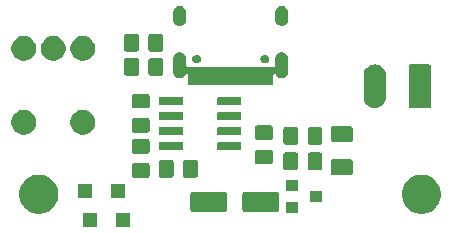
<source format=gbr>
G04 #@! TF.GenerationSoftware,KiCad,Pcbnew,5.1.6-c6e7f7d~86~ubuntu19.10.1*
G04 #@! TF.CreationDate,2020-05-21T11:58:36+02:00*
G04 #@! TF.ProjectId,Microscope_LED,4d696372-6f73-4636-9f70-655f4c45442e,rev?*
G04 #@! TF.SameCoordinates,Original*
G04 #@! TF.FileFunction,Soldermask,Top*
G04 #@! TF.FilePolarity,Negative*
%FSLAX46Y46*%
G04 Gerber Fmt 4.6, Leading zero omitted, Abs format (unit mm)*
G04 Created by KiCad (PCBNEW 5.1.6-c6e7f7d~86~ubuntu19.10.1) date 2020-05-21 11:58:36*
%MOMM*%
%LPD*%
G01*
G04 APERTURE LIST*
%ADD10C,0.100000*%
G04 APERTURE END LIST*
D10*
G36*
X27906000Y-40860000D02*
G01*
X26704000Y-40860000D01*
X26704000Y-39658000D01*
X27906000Y-39658000D01*
X27906000Y-40860000D01*
G37*
G36*
X25106000Y-40860000D02*
G01*
X23904000Y-40860000D01*
X23904000Y-39658000D01*
X25106000Y-39658000D01*
X25106000Y-40860000D01*
G37*
G36*
X52946730Y-36490000D02*
G01*
X53059579Y-36512447D01*
X53360042Y-36636903D01*
X53630451Y-36817585D01*
X53860415Y-37047549D01*
X53860416Y-37047551D01*
X54041098Y-37317960D01*
X54165553Y-37618422D01*
X54222407Y-37904243D01*
X54229000Y-37937391D01*
X54229000Y-38262609D01*
X54165553Y-38581579D01*
X54041097Y-38882042D01*
X53860415Y-39152451D01*
X53630451Y-39382415D01*
X53360042Y-39563097D01*
X53360041Y-39563098D01*
X53360040Y-39563098D01*
X53304749Y-39586000D01*
X53059579Y-39687553D01*
X52953256Y-39708702D01*
X52740611Y-39751000D01*
X52415389Y-39751000D01*
X52202744Y-39708702D01*
X52096421Y-39687553D01*
X51851251Y-39586000D01*
X51795960Y-39563098D01*
X51795959Y-39563098D01*
X51795958Y-39563097D01*
X51525549Y-39382415D01*
X51295585Y-39152451D01*
X51114903Y-38882042D01*
X50990447Y-38581579D01*
X50927000Y-38262609D01*
X50927000Y-37937391D01*
X50933594Y-37904243D01*
X50990447Y-37618422D01*
X51114902Y-37317960D01*
X51295584Y-37047551D01*
X51295585Y-37047549D01*
X51525549Y-36817585D01*
X51795958Y-36636903D01*
X52096421Y-36512447D01*
X52209270Y-36490000D01*
X52415389Y-36449000D01*
X52740611Y-36449000D01*
X52946730Y-36490000D01*
G37*
G36*
X20561730Y-36490000D02*
G01*
X20674579Y-36512447D01*
X20975042Y-36636903D01*
X21245451Y-36817585D01*
X21475415Y-37047549D01*
X21475416Y-37047551D01*
X21656098Y-37317960D01*
X21780553Y-37618422D01*
X21837407Y-37904243D01*
X21844000Y-37937391D01*
X21844000Y-38262609D01*
X21780553Y-38581579D01*
X21656097Y-38882042D01*
X21475415Y-39152451D01*
X21245451Y-39382415D01*
X20975042Y-39563097D01*
X20975041Y-39563098D01*
X20975040Y-39563098D01*
X20919749Y-39586000D01*
X20674579Y-39687553D01*
X20568256Y-39708702D01*
X20355611Y-39751000D01*
X20030389Y-39751000D01*
X19817744Y-39708702D01*
X19711421Y-39687553D01*
X19466251Y-39586000D01*
X19410960Y-39563098D01*
X19410959Y-39563098D01*
X19410958Y-39563097D01*
X19140549Y-39382415D01*
X18910585Y-39152451D01*
X18729903Y-38882042D01*
X18605447Y-38581579D01*
X18542000Y-38262609D01*
X18542000Y-37937391D01*
X18548594Y-37904243D01*
X18605447Y-37618422D01*
X18729902Y-37317960D01*
X18910584Y-37047551D01*
X18910585Y-37047549D01*
X19140549Y-36817585D01*
X19410958Y-36636903D01*
X19711421Y-36512447D01*
X19824270Y-36490000D01*
X20030389Y-36449000D01*
X20355611Y-36449000D01*
X20561730Y-36490000D01*
G37*
G36*
X42157000Y-39689000D02*
G01*
X41155000Y-39689000D01*
X41155000Y-38787000D01*
X42157000Y-38787000D01*
X42157000Y-39689000D01*
G37*
G36*
X40394997Y-37888051D02*
G01*
X40428652Y-37898261D01*
X40459665Y-37914838D01*
X40486851Y-37937149D01*
X40509162Y-37964335D01*
X40525739Y-37995348D01*
X40535949Y-38029003D01*
X40540000Y-38070138D01*
X40540000Y-39399862D01*
X40535949Y-39440997D01*
X40525739Y-39474652D01*
X40509162Y-39505665D01*
X40486851Y-39532851D01*
X40459665Y-39555162D01*
X40428652Y-39571739D01*
X40394997Y-39581949D01*
X40353862Y-39586000D01*
X37624138Y-39586000D01*
X37583003Y-39581949D01*
X37549348Y-39571739D01*
X37518335Y-39555162D01*
X37491149Y-39532851D01*
X37468838Y-39505665D01*
X37452261Y-39474652D01*
X37442051Y-39440997D01*
X37438000Y-39399862D01*
X37438000Y-38070138D01*
X37442051Y-38029003D01*
X37452261Y-37995348D01*
X37468838Y-37964335D01*
X37491149Y-37937149D01*
X37518335Y-37914838D01*
X37549348Y-37898261D01*
X37583003Y-37888051D01*
X37624138Y-37884000D01*
X40353862Y-37884000D01*
X40394997Y-37888051D01*
G37*
G36*
X35994997Y-37888051D02*
G01*
X36028652Y-37898261D01*
X36059665Y-37914838D01*
X36086851Y-37937149D01*
X36109162Y-37964335D01*
X36125739Y-37995348D01*
X36135949Y-38029003D01*
X36140000Y-38070138D01*
X36140000Y-39399862D01*
X36135949Y-39440997D01*
X36125739Y-39474652D01*
X36109162Y-39505665D01*
X36086851Y-39532851D01*
X36059665Y-39555162D01*
X36028652Y-39571739D01*
X35994997Y-39581949D01*
X35953862Y-39586000D01*
X33224138Y-39586000D01*
X33183003Y-39581949D01*
X33149348Y-39571739D01*
X33118335Y-39555162D01*
X33091149Y-39532851D01*
X33068838Y-39505665D01*
X33052261Y-39474652D01*
X33042051Y-39440997D01*
X33038000Y-39399862D01*
X33038000Y-38070138D01*
X33042051Y-38029003D01*
X33052261Y-37995348D01*
X33068838Y-37964335D01*
X33091149Y-37937149D01*
X33118335Y-37914838D01*
X33149348Y-37898261D01*
X33183003Y-37888051D01*
X33224138Y-37884000D01*
X35953862Y-37884000D01*
X35994997Y-37888051D01*
G37*
G36*
X44157000Y-38739000D02*
G01*
X43155000Y-38739000D01*
X43155000Y-37837000D01*
X44157000Y-37837000D01*
X44157000Y-38739000D01*
G37*
G36*
X27531000Y-38447000D02*
G01*
X26329000Y-38447000D01*
X26329000Y-37245000D01*
X27531000Y-37245000D01*
X27531000Y-38447000D01*
G37*
G36*
X24731000Y-38447000D02*
G01*
X23529000Y-38447000D01*
X23529000Y-37245000D01*
X24731000Y-37245000D01*
X24731000Y-38447000D01*
G37*
G36*
X42157000Y-37789000D02*
G01*
X41155000Y-37789000D01*
X41155000Y-36887000D01*
X42157000Y-36887000D01*
X42157000Y-37789000D01*
G37*
G36*
X29417674Y-35464465D02*
G01*
X29455367Y-35475899D01*
X29490103Y-35494466D01*
X29520548Y-35519452D01*
X29545534Y-35549897D01*
X29564101Y-35584633D01*
X29575535Y-35622326D01*
X29580000Y-35667661D01*
X29580000Y-36504339D01*
X29575535Y-36549674D01*
X29564101Y-36587367D01*
X29545534Y-36622103D01*
X29520548Y-36652548D01*
X29490103Y-36677534D01*
X29455367Y-36696101D01*
X29417674Y-36707535D01*
X29372339Y-36712000D01*
X28285661Y-36712000D01*
X28240326Y-36707535D01*
X28202633Y-36696101D01*
X28167897Y-36677534D01*
X28137452Y-36652548D01*
X28112466Y-36622103D01*
X28093899Y-36587367D01*
X28082465Y-36549674D01*
X28078000Y-36504339D01*
X28078000Y-35667661D01*
X28082465Y-35622326D01*
X28093899Y-35584633D01*
X28112466Y-35549897D01*
X28137452Y-35519452D01*
X28167897Y-35494466D01*
X28202633Y-35475899D01*
X28240326Y-35464465D01*
X28285661Y-35460000D01*
X29372339Y-35460000D01*
X29417674Y-35464465D01*
G37*
G36*
X33492674Y-35194465D02*
G01*
X33530367Y-35205899D01*
X33565103Y-35224466D01*
X33595548Y-35249452D01*
X33620534Y-35279897D01*
X33639101Y-35314633D01*
X33650535Y-35352326D01*
X33655000Y-35397661D01*
X33655000Y-36484339D01*
X33650535Y-36529674D01*
X33639101Y-36567367D01*
X33620534Y-36602103D01*
X33595548Y-36632548D01*
X33565103Y-36657534D01*
X33530367Y-36676101D01*
X33492674Y-36687535D01*
X33447339Y-36692000D01*
X32610661Y-36692000D01*
X32565326Y-36687535D01*
X32527633Y-36676101D01*
X32492897Y-36657534D01*
X32462452Y-36632548D01*
X32437466Y-36602103D01*
X32418899Y-36567367D01*
X32407465Y-36529674D01*
X32403000Y-36484339D01*
X32403000Y-35397661D01*
X32407465Y-35352326D01*
X32418899Y-35314633D01*
X32437466Y-35279897D01*
X32462452Y-35249452D01*
X32492897Y-35224466D01*
X32527633Y-35205899D01*
X32565326Y-35194465D01*
X32610661Y-35190000D01*
X33447339Y-35190000D01*
X33492674Y-35194465D01*
G37*
G36*
X31442674Y-35194465D02*
G01*
X31480367Y-35205899D01*
X31515103Y-35224466D01*
X31545548Y-35249452D01*
X31570534Y-35279897D01*
X31589101Y-35314633D01*
X31600535Y-35352326D01*
X31605000Y-35397661D01*
X31605000Y-36484339D01*
X31600535Y-36529674D01*
X31589101Y-36567367D01*
X31570534Y-36602103D01*
X31545548Y-36632548D01*
X31515103Y-36657534D01*
X31480367Y-36676101D01*
X31442674Y-36687535D01*
X31397339Y-36692000D01*
X30560661Y-36692000D01*
X30515326Y-36687535D01*
X30477633Y-36676101D01*
X30442897Y-36657534D01*
X30412452Y-36632548D01*
X30387466Y-36602103D01*
X30368899Y-36567367D01*
X30357465Y-36529674D01*
X30353000Y-36484339D01*
X30353000Y-35397661D01*
X30357465Y-35352326D01*
X30368899Y-35314633D01*
X30387466Y-35279897D01*
X30412452Y-35249452D01*
X30442897Y-35224466D01*
X30477633Y-35205899D01*
X30515326Y-35194465D01*
X30560661Y-35190000D01*
X31397339Y-35190000D01*
X31442674Y-35194465D01*
G37*
G36*
X46615604Y-35142347D02*
G01*
X46652144Y-35153432D01*
X46685821Y-35171433D01*
X46715341Y-35195659D01*
X46739567Y-35225179D01*
X46757568Y-35258856D01*
X46768653Y-35295396D01*
X46773000Y-35339538D01*
X46773000Y-36288462D01*
X46768653Y-36332604D01*
X46757568Y-36369144D01*
X46739567Y-36402821D01*
X46715341Y-36432341D01*
X46685821Y-36456567D01*
X46652144Y-36474568D01*
X46615604Y-36485653D01*
X46571462Y-36490000D01*
X45122538Y-36490000D01*
X45078396Y-36485653D01*
X45041856Y-36474568D01*
X45008179Y-36456567D01*
X44978659Y-36432341D01*
X44954433Y-36402821D01*
X44936432Y-36369144D01*
X44925347Y-36332604D01*
X44921000Y-36288462D01*
X44921000Y-35339538D01*
X44925347Y-35295396D01*
X44936432Y-35258856D01*
X44954433Y-35225179D01*
X44978659Y-35195659D01*
X45008179Y-35171433D01*
X45041856Y-35153432D01*
X45078396Y-35142347D01*
X45122538Y-35138000D01*
X46571462Y-35138000D01*
X46615604Y-35142347D01*
G37*
G36*
X44042674Y-34559465D02*
G01*
X44080367Y-34570899D01*
X44115103Y-34589466D01*
X44145548Y-34614452D01*
X44170534Y-34644897D01*
X44189101Y-34679633D01*
X44200535Y-34717326D01*
X44205000Y-34762661D01*
X44205000Y-35849339D01*
X44200535Y-35894674D01*
X44189101Y-35932367D01*
X44170534Y-35967103D01*
X44145548Y-35997548D01*
X44115103Y-36022534D01*
X44080367Y-36041101D01*
X44042674Y-36052535D01*
X43997339Y-36057000D01*
X43160661Y-36057000D01*
X43115326Y-36052535D01*
X43077633Y-36041101D01*
X43042897Y-36022534D01*
X43012452Y-35997548D01*
X42987466Y-35967103D01*
X42968899Y-35932367D01*
X42957465Y-35894674D01*
X42953000Y-35849339D01*
X42953000Y-34762661D01*
X42957465Y-34717326D01*
X42968899Y-34679633D01*
X42987466Y-34644897D01*
X43012452Y-34614452D01*
X43042897Y-34589466D01*
X43077633Y-34570899D01*
X43115326Y-34559465D01*
X43160661Y-34555000D01*
X43997339Y-34555000D01*
X44042674Y-34559465D01*
G37*
G36*
X41992674Y-34559465D02*
G01*
X42030367Y-34570899D01*
X42065103Y-34589466D01*
X42095548Y-34614452D01*
X42120534Y-34644897D01*
X42139101Y-34679633D01*
X42150535Y-34717326D01*
X42155000Y-34762661D01*
X42155000Y-35849339D01*
X42150535Y-35894674D01*
X42139101Y-35932367D01*
X42120534Y-35967103D01*
X42095548Y-35997548D01*
X42065103Y-36022534D01*
X42030367Y-36041101D01*
X41992674Y-36052535D01*
X41947339Y-36057000D01*
X41110661Y-36057000D01*
X41065326Y-36052535D01*
X41027633Y-36041101D01*
X40992897Y-36022534D01*
X40962452Y-35997548D01*
X40937466Y-35967103D01*
X40918899Y-35932367D01*
X40907465Y-35894674D01*
X40903000Y-35849339D01*
X40903000Y-34762661D01*
X40907465Y-34717326D01*
X40918899Y-34679633D01*
X40937466Y-34644897D01*
X40962452Y-34614452D01*
X40992897Y-34589466D01*
X41027633Y-34570899D01*
X41065326Y-34559465D01*
X41110661Y-34555000D01*
X41947339Y-34555000D01*
X41992674Y-34559465D01*
G37*
G36*
X39831674Y-34321465D02*
G01*
X39869367Y-34332899D01*
X39904103Y-34351466D01*
X39934548Y-34376452D01*
X39959534Y-34406897D01*
X39978101Y-34441633D01*
X39989535Y-34479326D01*
X39994000Y-34524661D01*
X39994000Y-35361339D01*
X39989535Y-35406674D01*
X39978101Y-35444367D01*
X39959534Y-35479103D01*
X39934548Y-35509548D01*
X39904103Y-35534534D01*
X39869367Y-35553101D01*
X39831674Y-35564535D01*
X39786339Y-35569000D01*
X38699661Y-35569000D01*
X38654326Y-35564535D01*
X38616633Y-35553101D01*
X38581897Y-35534534D01*
X38551452Y-35509548D01*
X38526466Y-35479103D01*
X38507899Y-35444367D01*
X38496465Y-35406674D01*
X38492000Y-35361339D01*
X38492000Y-34524661D01*
X38496465Y-34479326D01*
X38507899Y-34441633D01*
X38526466Y-34406897D01*
X38551452Y-34376452D01*
X38581897Y-34351466D01*
X38616633Y-34332899D01*
X38654326Y-34321465D01*
X38699661Y-34317000D01*
X39786339Y-34317000D01*
X39831674Y-34321465D01*
G37*
G36*
X29417674Y-33414465D02*
G01*
X29455367Y-33425899D01*
X29490103Y-33444466D01*
X29520548Y-33469452D01*
X29545534Y-33499897D01*
X29564101Y-33534633D01*
X29575535Y-33572326D01*
X29580000Y-33617661D01*
X29580000Y-34454339D01*
X29575535Y-34499674D01*
X29564101Y-34537367D01*
X29545534Y-34572103D01*
X29520548Y-34602548D01*
X29490103Y-34627534D01*
X29455367Y-34646101D01*
X29417674Y-34657535D01*
X29372339Y-34662000D01*
X28285661Y-34662000D01*
X28240326Y-34657535D01*
X28202633Y-34646101D01*
X28167897Y-34627534D01*
X28137452Y-34602548D01*
X28112466Y-34572103D01*
X28093899Y-34537367D01*
X28082465Y-34499674D01*
X28078000Y-34454339D01*
X28078000Y-33617661D01*
X28082465Y-33572326D01*
X28093899Y-33534633D01*
X28112466Y-33499897D01*
X28137452Y-33469452D01*
X28167897Y-33444466D01*
X28202633Y-33425899D01*
X28240326Y-33414465D01*
X28285661Y-33410000D01*
X29372339Y-33410000D01*
X29417674Y-33414465D01*
G37*
G36*
X37256928Y-33687764D02*
G01*
X37278009Y-33694160D01*
X37297445Y-33704548D01*
X37314476Y-33718524D01*
X37328452Y-33735555D01*
X37338840Y-33754991D01*
X37345236Y-33776072D01*
X37348000Y-33804140D01*
X37348000Y-34267860D01*
X37345236Y-34295928D01*
X37338840Y-34317009D01*
X37328452Y-34336445D01*
X37314476Y-34353476D01*
X37297445Y-34367452D01*
X37278009Y-34377840D01*
X37256928Y-34384236D01*
X37228860Y-34387000D01*
X35415140Y-34387000D01*
X35387072Y-34384236D01*
X35365991Y-34377840D01*
X35346555Y-34367452D01*
X35329524Y-34353476D01*
X35315548Y-34336445D01*
X35305160Y-34317009D01*
X35298764Y-34295928D01*
X35296000Y-34267860D01*
X35296000Y-33804140D01*
X35298764Y-33776072D01*
X35305160Y-33754991D01*
X35315548Y-33735555D01*
X35329524Y-33718524D01*
X35346555Y-33704548D01*
X35365991Y-33694160D01*
X35387072Y-33687764D01*
X35415140Y-33685000D01*
X37228860Y-33685000D01*
X37256928Y-33687764D01*
G37*
G36*
X32306928Y-33687764D02*
G01*
X32328009Y-33694160D01*
X32347445Y-33704548D01*
X32364476Y-33718524D01*
X32378452Y-33735555D01*
X32388840Y-33754991D01*
X32395236Y-33776072D01*
X32398000Y-33804140D01*
X32398000Y-34267860D01*
X32395236Y-34295928D01*
X32388840Y-34317009D01*
X32378452Y-34336445D01*
X32364476Y-34353476D01*
X32347445Y-34367452D01*
X32328009Y-34377840D01*
X32306928Y-34384236D01*
X32278860Y-34387000D01*
X30465140Y-34387000D01*
X30437072Y-34384236D01*
X30415991Y-34377840D01*
X30396555Y-34367452D01*
X30379524Y-34353476D01*
X30365548Y-34336445D01*
X30355160Y-34317009D01*
X30348764Y-34295928D01*
X30346000Y-34267860D01*
X30346000Y-33804140D01*
X30348764Y-33776072D01*
X30355160Y-33754991D01*
X30365548Y-33735555D01*
X30379524Y-33718524D01*
X30396555Y-33704548D01*
X30415991Y-33694160D01*
X30437072Y-33687764D01*
X30465140Y-33685000D01*
X32278860Y-33685000D01*
X32306928Y-33687764D01*
G37*
G36*
X41992674Y-32400465D02*
G01*
X42030367Y-32411899D01*
X42065103Y-32430466D01*
X42095548Y-32455452D01*
X42120534Y-32485897D01*
X42139101Y-32520633D01*
X42150535Y-32558326D01*
X42155000Y-32603661D01*
X42155000Y-33690339D01*
X42150535Y-33735674D01*
X42139101Y-33773367D01*
X42120534Y-33808103D01*
X42095548Y-33838548D01*
X42065103Y-33863534D01*
X42030367Y-33882101D01*
X41992674Y-33893535D01*
X41947339Y-33898000D01*
X41110661Y-33898000D01*
X41065326Y-33893535D01*
X41027633Y-33882101D01*
X40992897Y-33863534D01*
X40962452Y-33838548D01*
X40937466Y-33808103D01*
X40918899Y-33773367D01*
X40907465Y-33735674D01*
X40903000Y-33690339D01*
X40903000Y-32603661D01*
X40907465Y-32558326D01*
X40918899Y-32520633D01*
X40937466Y-32485897D01*
X40962452Y-32455452D01*
X40992897Y-32430466D01*
X41027633Y-32411899D01*
X41065326Y-32400465D01*
X41110661Y-32396000D01*
X41947339Y-32396000D01*
X41992674Y-32400465D01*
G37*
G36*
X44042674Y-32400465D02*
G01*
X44080367Y-32411899D01*
X44115103Y-32430466D01*
X44145548Y-32455452D01*
X44170534Y-32485897D01*
X44189101Y-32520633D01*
X44200535Y-32558326D01*
X44205000Y-32603661D01*
X44205000Y-33690339D01*
X44200535Y-33735674D01*
X44189101Y-33773367D01*
X44170534Y-33808103D01*
X44145548Y-33838548D01*
X44115103Y-33863534D01*
X44080367Y-33882101D01*
X44042674Y-33893535D01*
X43997339Y-33898000D01*
X43160661Y-33898000D01*
X43115326Y-33893535D01*
X43077633Y-33882101D01*
X43042897Y-33863534D01*
X43012452Y-33838548D01*
X42987466Y-33808103D01*
X42968899Y-33773367D01*
X42957465Y-33735674D01*
X42953000Y-33690339D01*
X42953000Y-32603661D01*
X42957465Y-32558326D01*
X42968899Y-32520633D01*
X42987466Y-32485897D01*
X43012452Y-32455452D01*
X43042897Y-32430466D01*
X43077633Y-32411899D01*
X43115326Y-32400465D01*
X43160661Y-32396000D01*
X43997339Y-32396000D01*
X44042674Y-32400465D01*
G37*
G36*
X46615604Y-32342347D02*
G01*
X46652144Y-32353432D01*
X46685821Y-32371433D01*
X46715341Y-32395659D01*
X46739567Y-32425179D01*
X46757568Y-32458856D01*
X46768653Y-32495396D01*
X46773000Y-32539538D01*
X46773000Y-33488462D01*
X46768653Y-33532604D01*
X46757568Y-33569144D01*
X46739567Y-33602821D01*
X46715341Y-33632341D01*
X46685821Y-33656567D01*
X46652144Y-33674568D01*
X46615604Y-33685653D01*
X46571462Y-33690000D01*
X45122538Y-33690000D01*
X45078396Y-33685653D01*
X45041856Y-33674568D01*
X45008179Y-33656567D01*
X44978659Y-33632341D01*
X44954433Y-33602821D01*
X44936432Y-33569144D01*
X44925347Y-33532604D01*
X44921000Y-33488462D01*
X44921000Y-32539538D01*
X44925347Y-32495396D01*
X44936432Y-32458856D01*
X44954433Y-32425179D01*
X44978659Y-32395659D01*
X45008179Y-32371433D01*
X45041856Y-32353432D01*
X45078396Y-32342347D01*
X45122538Y-32338000D01*
X46571462Y-32338000D01*
X46615604Y-32342347D01*
G37*
G36*
X39831674Y-32271465D02*
G01*
X39869367Y-32282899D01*
X39904103Y-32301466D01*
X39934548Y-32326452D01*
X39959534Y-32356897D01*
X39978101Y-32391633D01*
X39989535Y-32429326D01*
X39994000Y-32474661D01*
X39994000Y-33311339D01*
X39989535Y-33356674D01*
X39978101Y-33394367D01*
X39959534Y-33429103D01*
X39934548Y-33459548D01*
X39904103Y-33484534D01*
X39869367Y-33503101D01*
X39831674Y-33514535D01*
X39786339Y-33519000D01*
X38699661Y-33519000D01*
X38654326Y-33514535D01*
X38616633Y-33503101D01*
X38581897Y-33484534D01*
X38551452Y-33459548D01*
X38526466Y-33429103D01*
X38507899Y-33394367D01*
X38496465Y-33356674D01*
X38492000Y-33311339D01*
X38492000Y-32474661D01*
X38496465Y-32429326D01*
X38507899Y-32391633D01*
X38526466Y-32356897D01*
X38551452Y-32326452D01*
X38581897Y-32301466D01*
X38616633Y-32282899D01*
X38654326Y-32271465D01*
X38699661Y-32267000D01*
X39786339Y-32267000D01*
X39831674Y-32271465D01*
G37*
G36*
X32306928Y-32417764D02*
G01*
X32328009Y-32424160D01*
X32347445Y-32434548D01*
X32364476Y-32448524D01*
X32378452Y-32465555D01*
X32388840Y-32484991D01*
X32395236Y-32506072D01*
X32398000Y-32534140D01*
X32398000Y-32997860D01*
X32395236Y-33025928D01*
X32388840Y-33047009D01*
X32378452Y-33066445D01*
X32364476Y-33083476D01*
X32347445Y-33097452D01*
X32328009Y-33107840D01*
X32306928Y-33114236D01*
X32278860Y-33117000D01*
X30465140Y-33117000D01*
X30437072Y-33114236D01*
X30415991Y-33107840D01*
X30396555Y-33097452D01*
X30379524Y-33083476D01*
X30365548Y-33066445D01*
X30355160Y-33047009D01*
X30348764Y-33025928D01*
X30346000Y-32997860D01*
X30346000Y-32534140D01*
X30348764Y-32506072D01*
X30355160Y-32484991D01*
X30365548Y-32465555D01*
X30379524Y-32448524D01*
X30396555Y-32434548D01*
X30415991Y-32424160D01*
X30437072Y-32417764D01*
X30465140Y-32415000D01*
X32278860Y-32415000D01*
X32306928Y-32417764D01*
G37*
G36*
X37256928Y-32417764D02*
G01*
X37278009Y-32424160D01*
X37297445Y-32434548D01*
X37314476Y-32448524D01*
X37328452Y-32465555D01*
X37338840Y-32484991D01*
X37345236Y-32506072D01*
X37348000Y-32534140D01*
X37348000Y-32997860D01*
X37345236Y-33025928D01*
X37338840Y-33047009D01*
X37328452Y-33066445D01*
X37314476Y-33083476D01*
X37297445Y-33097452D01*
X37278009Y-33107840D01*
X37256928Y-33114236D01*
X37228860Y-33117000D01*
X35415140Y-33117000D01*
X35387072Y-33114236D01*
X35365991Y-33107840D01*
X35346555Y-33097452D01*
X35329524Y-33083476D01*
X35315548Y-33066445D01*
X35305160Y-33047009D01*
X35298764Y-33025928D01*
X35296000Y-32997860D01*
X35296000Y-32534140D01*
X35298764Y-32506072D01*
X35305160Y-32484991D01*
X35315548Y-32465555D01*
X35329524Y-32448524D01*
X35346555Y-32434548D01*
X35365991Y-32424160D01*
X35387072Y-32417764D01*
X35415140Y-32415000D01*
X37228860Y-32415000D01*
X37256928Y-32417764D01*
G37*
G36*
X24229564Y-30993389D02*
G01*
X24420833Y-31072615D01*
X24420835Y-31072616D01*
X24529165Y-31145000D01*
X24592973Y-31187635D01*
X24739365Y-31334027D01*
X24854385Y-31506167D01*
X24933611Y-31697436D01*
X24974000Y-31900484D01*
X24974000Y-32107516D01*
X24933611Y-32310564D01*
X24865640Y-32474661D01*
X24854384Y-32501835D01*
X24739365Y-32673973D01*
X24592973Y-32820365D01*
X24420835Y-32935384D01*
X24420834Y-32935385D01*
X24420833Y-32935385D01*
X24229564Y-33014611D01*
X24026516Y-33055000D01*
X23819484Y-33055000D01*
X23616436Y-33014611D01*
X23425167Y-32935385D01*
X23425166Y-32935385D01*
X23425165Y-32935384D01*
X23253027Y-32820365D01*
X23106635Y-32673973D01*
X22991616Y-32501835D01*
X22980360Y-32474661D01*
X22912389Y-32310564D01*
X22872000Y-32107516D01*
X22872000Y-31900484D01*
X22912389Y-31697436D01*
X22991615Y-31506167D01*
X23106635Y-31334027D01*
X23253027Y-31187635D01*
X23316835Y-31145000D01*
X23425165Y-31072616D01*
X23425167Y-31072615D01*
X23616436Y-30993389D01*
X23819484Y-30953000D01*
X24026516Y-30953000D01*
X24229564Y-30993389D01*
G37*
G36*
X19229564Y-30993389D02*
G01*
X19420833Y-31072615D01*
X19420835Y-31072616D01*
X19529165Y-31145000D01*
X19592973Y-31187635D01*
X19739365Y-31334027D01*
X19854385Y-31506167D01*
X19933611Y-31697436D01*
X19974000Y-31900484D01*
X19974000Y-32107516D01*
X19933611Y-32310564D01*
X19865640Y-32474661D01*
X19854384Y-32501835D01*
X19739365Y-32673973D01*
X19592973Y-32820365D01*
X19420835Y-32935384D01*
X19420834Y-32935385D01*
X19420833Y-32935385D01*
X19229564Y-33014611D01*
X19026516Y-33055000D01*
X18819484Y-33055000D01*
X18616436Y-33014611D01*
X18425167Y-32935385D01*
X18425166Y-32935385D01*
X18425165Y-32935384D01*
X18253027Y-32820365D01*
X18106635Y-32673973D01*
X17991616Y-32501835D01*
X17980360Y-32474661D01*
X17912389Y-32310564D01*
X17872000Y-32107516D01*
X17872000Y-31900484D01*
X17912389Y-31697436D01*
X17991615Y-31506167D01*
X18106635Y-31334027D01*
X18253027Y-31187635D01*
X18316835Y-31145000D01*
X18425165Y-31072616D01*
X18425167Y-31072615D01*
X18616436Y-30993389D01*
X18819484Y-30953000D01*
X19026516Y-30953000D01*
X19229564Y-30993389D01*
G37*
G36*
X29417674Y-31636465D02*
G01*
X29455367Y-31647899D01*
X29490103Y-31666466D01*
X29520548Y-31691452D01*
X29545534Y-31721897D01*
X29564101Y-31756633D01*
X29575535Y-31794326D01*
X29580000Y-31839661D01*
X29580000Y-32676339D01*
X29575535Y-32721674D01*
X29564101Y-32759367D01*
X29545534Y-32794103D01*
X29520548Y-32824548D01*
X29490103Y-32849534D01*
X29455367Y-32868101D01*
X29417674Y-32879535D01*
X29372339Y-32884000D01*
X28285661Y-32884000D01*
X28240326Y-32879535D01*
X28202633Y-32868101D01*
X28167897Y-32849534D01*
X28137452Y-32824548D01*
X28112466Y-32794103D01*
X28093899Y-32759367D01*
X28082465Y-32721674D01*
X28078000Y-32676339D01*
X28078000Y-31839661D01*
X28082465Y-31794326D01*
X28093899Y-31756633D01*
X28112466Y-31721897D01*
X28137452Y-31691452D01*
X28167897Y-31666466D01*
X28202633Y-31647899D01*
X28240326Y-31636465D01*
X28285661Y-31632000D01*
X29372339Y-31632000D01*
X29417674Y-31636465D01*
G37*
G36*
X37256928Y-31147764D02*
G01*
X37278009Y-31154160D01*
X37297445Y-31164548D01*
X37314476Y-31178524D01*
X37328452Y-31195555D01*
X37338840Y-31214991D01*
X37345236Y-31236072D01*
X37348000Y-31264140D01*
X37348000Y-31727860D01*
X37345236Y-31755928D01*
X37338840Y-31777009D01*
X37328452Y-31796445D01*
X37314476Y-31813476D01*
X37297445Y-31827452D01*
X37278009Y-31837840D01*
X37256928Y-31844236D01*
X37228860Y-31847000D01*
X35415140Y-31847000D01*
X35387072Y-31844236D01*
X35365991Y-31837840D01*
X35346555Y-31827452D01*
X35329524Y-31813476D01*
X35315548Y-31796445D01*
X35305160Y-31777009D01*
X35298764Y-31755928D01*
X35296000Y-31727860D01*
X35296000Y-31264140D01*
X35298764Y-31236072D01*
X35305160Y-31214991D01*
X35315548Y-31195555D01*
X35329524Y-31178524D01*
X35346555Y-31164548D01*
X35365991Y-31154160D01*
X35387072Y-31147764D01*
X35415140Y-31145000D01*
X37228860Y-31145000D01*
X37256928Y-31147764D01*
G37*
G36*
X32306928Y-31147764D02*
G01*
X32328009Y-31154160D01*
X32347445Y-31164548D01*
X32364476Y-31178524D01*
X32378452Y-31195555D01*
X32388840Y-31214991D01*
X32395236Y-31236072D01*
X32398000Y-31264140D01*
X32398000Y-31727860D01*
X32395236Y-31755928D01*
X32388840Y-31777009D01*
X32378452Y-31796445D01*
X32364476Y-31813476D01*
X32347445Y-31827452D01*
X32328009Y-31837840D01*
X32306928Y-31844236D01*
X32278860Y-31847000D01*
X30465140Y-31847000D01*
X30437072Y-31844236D01*
X30415991Y-31837840D01*
X30396555Y-31827452D01*
X30379524Y-31813476D01*
X30365548Y-31796445D01*
X30355160Y-31777009D01*
X30348764Y-31755928D01*
X30346000Y-31727860D01*
X30346000Y-31264140D01*
X30348764Y-31236072D01*
X30355160Y-31214991D01*
X30365548Y-31195555D01*
X30379524Y-31178524D01*
X30396555Y-31164548D01*
X30415991Y-31154160D01*
X30437072Y-31147764D01*
X30465140Y-31145000D01*
X32278860Y-31145000D01*
X32306928Y-31147764D01*
G37*
G36*
X29417674Y-29586465D02*
G01*
X29455367Y-29597899D01*
X29490103Y-29616466D01*
X29520548Y-29641452D01*
X29545534Y-29671897D01*
X29564101Y-29706633D01*
X29575535Y-29744326D01*
X29580000Y-29789661D01*
X29580000Y-30626339D01*
X29575535Y-30671674D01*
X29564101Y-30709367D01*
X29545534Y-30744103D01*
X29520548Y-30774548D01*
X29490103Y-30799534D01*
X29455367Y-30818101D01*
X29417674Y-30829535D01*
X29372339Y-30834000D01*
X28285661Y-30834000D01*
X28240326Y-30829535D01*
X28202633Y-30818101D01*
X28167897Y-30799534D01*
X28137452Y-30774548D01*
X28112466Y-30744103D01*
X28093899Y-30709367D01*
X28082465Y-30671674D01*
X28078000Y-30626339D01*
X28078000Y-29789661D01*
X28082465Y-29744326D01*
X28093899Y-29706633D01*
X28112466Y-29671897D01*
X28137452Y-29641452D01*
X28167897Y-29616466D01*
X28202633Y-29597899D01*
X28240326Y-29586465D01*
X28285661Y-29582000D01*
X29372339Y-29582000D01*
X29417674Y-29586465D01*
G37*
G36*
X48827425Y-27118760D02*
G01*
X48827428Y-27118761D01*
X48827429Y-27118761D01*
X49006693Y-27173140D01*
X49006696Y-27173142D01*
X49006697Y-27173142D01*
X49171903Y-27261446D01*
X49316712Y-27380288D01*
X49435554Y-27525097D01*
X49523858Y-27690303D01*
X49523860Y-27690307D01*
X49568060Y-27836015D01*
X49578240Y-27869575D01*
X49592000Y-28009282D01*
X49592000Y-29902718D01*
X49578240Y-30042425D01*
X49578239Y-30042428D01*
X49578239Y-30042429D01*
X49523860Y-30221693D01*
X49523858Y-30221696D01*
X49523858Y-30221697D01*
X49435554Y-30386903D01*
X49316712Y-30531712D01*
X49171903Y-30650554D01*
X49023964Y-30729628D01*
X49006692Y-30738860D01*
X48827428Y-30793239D01*
X48827427Y-30793239D01*
X48827424Y-30793240D01*
X48641000Y-30811601D01*
X48454575Y-30793240D01*
X48454572Y-30793239D01*
X48454571Y-30793239D01*
X48275307Y-30738860D01*
X48257575Y-30729382D01*
X48110097Y-30650554D01*
X47965288Y-30531712D01*
X47846446Y-30386903D01*
X47758142Y-30221696D01*
X47758141Y-30221693D01*
X47758140Y-30221692D01*
X47703761Y-30042428D01*
X47703761Y-30042427D01*
X47703760Y-30042424D01*
X47690000Y-29902717D01*
X47690000Y-28009283D01*
X47703761Y-27869575D01*
X47713941Y-27836015D01*
X47758141Y-27690307D01*
X47758143Y-27690303D01*
X47846447Y-27525097D01*
X47965289Y-27380288D01*
X48110098Y-27261446D01*
X48275304Y-27173142D01*
X48275305Y-27173142D01*
X48275308Y-27173140D01*
X48454572Y-27118761D01*
X48454573Y-27118761D01*
X48454576Y-27118760D01*
X48641000Y-27100399D01*
X48827425Y-27118760D01*
G37*
G36*
X53261915Y-27108934D02*
G01*
X53294424Y-27118795D01*
X53324382Y-27134809D01*
X53350641Y-27156359D01*
X53372191Y-27182618D01*
X53388205Y-27212576D01*
X53398066Y-27245085D01*
X53402000Y-27285029D01*
X53402000Y-30626971D01*
X53398066Y-30666915D01*
X53388205Y-30699424D01*
X53372191Y-30729382D01*
X53350641Y-30755641D01*
X53324382Y-30777191D01*
X53294424Y-30793205D01*
X53261915Y-30803066D01*
X53221971Y-30807000D01*
X51680029Y-30807000D01*
X51640085Y-30803066D01*
X51607576Y-30793205D01*
X51577618Y-30777191D01*
X51551359Y-30755641D01*
X51529809Y-30729382D01*
X51513795Y-30699424D01*
X51503934Y-30666915D01*
X51500000Y-30626971D01*
X51500000Y-27285029D01*
X51503934Y-27245085D01*
X51513795Y-27212576D01*
X51529809Y-27182618D01*
X51551359Y-27156359D01*
X51577618Y-27134809D01*
X51607576Y-27118795D01*
X51640085Y-27108934D01*
X51680029Y-27105000D01*
X53221971Y-27105000D01*
X53261915Y-27108934D01*
G37*
G36*
X37256928Y-29877764D02*
G01*
X37278009Y-29884160D01*
X37297445Y-29894548D01*
X37314476Y-29908524D01*
X37328452Y-29925555D01*
X37338840Y-29944991D01*
X37345236Y-29966072D01*
X37348000Y-29994140D01*
X37348000Y-30457860D01*
X37345236Y-30485928D01*
X37338840Y-30507009D01*
X37328452Y-30526445D01*
X37314476Y-30543476D01*
X37297445Y-30557452D01*
X37278009Y-30567840D01*
X37256928Y-30574236D01*
X37228860Y-30577000D01*
X35415140Y-30577000D01*
X35387072Y-30574236D01*
X35365991Y-30567840D01*
X35346555Y-30557452D01*
X35329524Y-30543476D01*
X35315548Y-30526445D01*
X35305160Y-30507009D01*
X35298764Y-30485928D01*
X35296000Y-30457860D01*
X35296000Y-29994140D01*
X35298764Y-29966072D01*
X35305160Y-29944991D01*
X35315548Y-29925555D01*
X35329524Y-29908524D01*
X35346555Y-29894548D01*
X35365991Y-29884160D01*
X35387072Y-29877764D01*
X35415140Y-29875000D01*
X37228860Y-29875000D01*
X37256928Y-29877764D01*
G37*
G36*
X32306928Y-29877764D02*
G01*
X32328009Y-29884160D01*
X32347445Y-29894548D01*
X32364476Y-29908524D01*
X32378452Y-29925555D01*
X32388840Y-29944991D01*
X32395236Y-29966072D01*
X32398000Y-29994140D01*
X32398000Y-30457860D01*
X32395236Y-30485928D01*
X32388840Y-30507009D01*
X32378452Y-30526445D01*
X32364476Y-30543476D01*
X32347445Y-30557452D01*
X32328009Y-30567840D01*
X32306928Y-30574236D01*
X32278860Y-30577000D01*
X30465140Y-30577000D01*
X30437072Y-30574236D01*
X30415991Y-30567840D01*
X30396555Y-30557452D01*
X30379524Y-30543476D01*
X30365548Y-30526445D01*
X30355160Y-30507009D01*
X30348764Y-30485928D01*
X30346000Y-30457860D01*
X30346000Y-29994140D01*
X30348764Y-29966072D01*
X30355160Y-29944991D01*
X30365548Y-29925555D01*
X30379524Y-29908524D01*
X30396555Y-29894548D01*
X30415991Y-29884160D01*
X30437072Y-29877764D01*
X30465140Y-29875000D01*
X32278860Y-29875000D01*
X32306928Y-29877764D01*
G37*
G36*
X40875015Y-26084973D02*
G01*
X40978879Y-26116479D01*
X41006055Y-26131005D01*
X41074600Y-26167643D01*
X41158501Y-26236499D01*
X41227357Y-26320400D01*
X41246354Y-26355942D01*
X41278521Y-26416121D01*
X41310027Y-26519985D01*
X41318000Y-26600933D01*
X41318000Y-27755067D01*
X41310027Y-27836015D01*
X41278521Y-27939879D01*
X41266511Y-27962347D01*
X41241422Y-28009286D01*
X41227356Y-28035600D01*
X41158501Y-28119501D01*
X41089645Y-28176009D01*
X41074599Y-28188357D01*
X41022907Y-28215987D01*
X40978878Y-28239521D01*
X40875014Y-28271027D01*
X40767000Y-28281666D01*
X40658985Y-28271027D01*
X40555121Y-28239521D01*
X40511093Y-28215987D01*
X40459401Y-28188357D01*
X40446643Y-28177887D01*
X40375499Y-28119501D01*
X40306644Y-28035600D01*
X40283234Y-27991804D01*
X40269625Y-27971436D01*
X40252298Y-27954109D01*
X40231924Y-27940495D01*
X40209285Y-27931118D01*
X40185252Y-27926337D01*
X40160748Y-27926337D01*
X40136714Y-27931117D01*
X40114076Y-27940494D01*
X40093701Y-27954108D01*
X40076374Y-27971435D01*
X40062760Y-27991809D01*
X40053383Y-28014448D01*
X40048602Y-28038481D01*
X40048000Y-28050734D01*
X40048000Y-28869000D01*
X32846000Y-28869000D01*
X32846000Y-28050735D01*
X32843598Y-28026349D01*
X32836485Y-28002900D01*
X32824934Y-27981289D01*
X32809389Y-27962347D01*
X32790447Y-27946802D01*
X32768836Y-27935251D01*
X32745387Y-27928138D01*
X32721001Y-27925736D01*
X32696615Y-27928138D01*
X32673166Y-27935251D01*
X32651555Y-27946802D01*
X32632613Y-27962347D01*
X32617068Y-27981289D01*
X32610767Y-27991802D01*
X32601423Y-28009283D01*
X32587356Y-28035601D01*
X32556319Y-28073419D01*
X32518501Y-28119501D01*
X32449645Y-28176009D01*
X32434599Y-28188357D01*
X32382907Y-28215987D01*
X32338878Y-28239521D01*
X32235014Y-28271027D01*
X32127000Y-28281666D01*
X32018985Y-28271027D01*
X31915121Y-28239521D01*
X31871093Y-28215987D01*
X31819401Y-28188357D01*
X31806643Y-28177887D01*
X31735499Y-28119501D01*
X31666644Y-28035600D01*
X31652577Y-28009282D01*
X31615809Y-27940495D01*
X31615479Y-27939878D01*
X31583973Y-27836014D01*
X31576000Y-27755066D01*
X31576001Y-26600933D01*
X31583974Y-26519985D01*
X31615480Y-26416121D01*
X31647647Y-26355942D01*
X31666644Y-26320400D01*
X31735500Y-26236499D01*
X31819401Y-26167643D01*
X31887946Y-26131005D01*
X31915122Y-26116479D01*
X32018986Y-26084973D01*
X32127000Y-26074334D01*
X32235015Y-26084973D01*
X32338879Y-26116479D01*
X32366055Y-26131005D01*
X32434600Y-26167643D01*
X32518501Y-26236499D01*
X32587357Y-26320400D01*
X32606354Y-26355942D01*
X32638521Y-26416121D01*
X32670027Y-26519985D01*
X32678000Y-26600933D01*
X32678000Y-27192001D01*
X32680402Y-27216387D01*
X32687515Y-27239836D01*
X32699066Y-27261447D01*
X32714611Y-27280389D01*
X32733553Y-27295934D01*
X32755164Y-27307485D01*
X32778613Y-27314598D01*
X32802999Y-27317000D01*
X40091001Y-27317000D01*
X40115387Y-27314598D01*
X40138836Y-27307485D01*
X40160447Y-27295934D01*
X40179389Y-27280389D01*
X40194934Y-27261447D01*
X40206485Y-27239836D01*
X40213598Y-27216387D01*
X40216000Y-27192001D01*
X40216001Y-26600939D01*
X40216001Y-26600933D01*
X40223974Y-26519985D01*
X40255480Y-26416121D01*
X40287647Y-26355942D01*
X40306644Y-26320400D01*
X40375500Y-26236499D01*
X40459401Y-26167643D01*
X40527946Y-26131005D01*
X40555122Y-26116479D01*
X40658986Y-26084973D01*
X40767000Y-26074334D01*
X40875015Y-26084973D01*
G37*
G36*
X28521674Y-26558465D02*
G01*
X28559367Y-26569899D01*
X28594103Y-26588466D01*
X28624548Y-26613452D01*
X28649534Y-26643897D01*
X28668101Y-26678633D01*
X28679535Y-26716326D01*
X28684000Y-26761661D01*
X28684000Y-27848339D01*
X28679535Y-27893674D01*
X28668101Y-27931367D01*
X28649534Y-27966103D01*
X28624548Y-27996548D01*
X28594103Y-28021534D01*
X28559367Y-28040101D01*
X28521674Y-28051535D01*
X28476339Y-28056000D01*
X27639661Y-28056000D01*
X27594326Y-28051535D01*
X27556633Y-28040101D01*
X27521897Y-28021534D01*
X27491452Y-27996548D01*
X27466466Y-27966103D01*
X27447899Y-27931367D01*
X27436465Y-27893674D01*
X27432000Y-27848339D01*
X27432000Y-26761661D01*
X27436465Y-26716326D01*
X27447899Y-26678633D01*
X27466466Y-26643897D01*
X27491452Y-26613452D01*
X27521897Y-26588466D01*
X27556633Y-26569899D01*
X27594326Y-26558465D01*
X27639661Y-26554000D01*
X28476339Y-26554000D01*
X28521674Y-26558465D01*
G37*
G36*
X30571674Y-26558465D02*
G01*
X30609367Y-26569899D01*
X30644103Y-26588466D01*
X30674548Y-26613452D01*
X30699534Y-26643897D01*
X30718101Y-26678633D01*
X30729535Y-26716326D01*
X30734000Y-26761661D01*
X30734000Y-27848339D01*
X30729535Y-27893674D01*
X30718101Y-27931367D01*
X30699534Y-27966103D01*
X30674548Y-27996548D01*
X30644103Y-28021534D01*
X30609367Y-28040101D01*
X30571674Y-28051535D01*
X30526339Y-28056000D01*
X29689661Y-28056000D01*
X29644326Y-28051535D01*
X29606633Y-28040101D01*
X29571897Y-28021534D01*
X29541452Y-27996548D01*
X29516466Y-27966103D01*
X29497899Y-27931367D01*
X29486465Y-27893674D01*
X29482000Y-27848339D01*
X29482000Y-26761661D01*
X29486465Y-26716326D01*
X29497899Y-26678633D01*
X29516466Y-26643897D01*
X29541452Y-26613452D01*
X29571897Y-26588466D01*
X29606633Y-26569899D01*
X29644326Y-26558465D01*
X29689661Y-26554000D01*
X30526339Y-26554000D01*
X30571674Y-26558465D01*
G37*
G36*
X33666672Y-26286449D02*
G01*
X33666674Y-26286450D01*
X33666675Y-26286450D01*
X33735103Y-26314793D01*
X33796686Y-26355942D01*
X33849058Y-26408314D01*
X33890207Y-26469897D01*
X33910954Y-26519987D01*
X33918551Y-26538328D01*
X33931004Y-26600933D01*
X33933000Y-26610967D01*
X33933000Y-26685033D01*
X33918550Y-26757675D01*
X33890207Y-26826103D01*
X33849058Y-26887686D01*
X33796686Y-26940058D01*
X33735103Y-26981207D01*
X33666675Y-27009550D01*
X33666674Y-27009550D01*
X33666672Y-27009551D01*
X33594034Y-27024000D01*
X33519966Y-27024000D01*
X33447328Y-27009551D01*
X33447326Y-27009550D01*
X33447325Y-27009550D01*
X33378897Y-26981207D01*
X33317314Y-26940058D01*
X33264942Y-26887686D01*
X33223793Y-26826103D01*
X33195450Y-26757675D01*
X33181000Y-26685033D01*
X33181000Y-26610967D01*
X33182996Y-26600933D01*
X33195449Y-26538328D01*
X33203046Y-26519987D01*
X33223793Y-26469897D01*
X33264942Y-26408314D01*
X33317314Y-26355942D01*
X33378897Y-26314793D01*
X33447325Y-26286450D01*
X33447326Y-26286450D01*
X33447328Y-26286449D01*
X33519966Y-26272000D01*
X33594034Y-26272000D01*
X33666672Y-26286449D01*
G37*
G36*
X39446672Y-26286449D02*
G01*
X39446674Y-26286450D01*
X39446675Y-26286450D01*
X39515103Y-26314793D01*
X39576686Y-26355942D01*
X39629058Y-26408314D01*
X39670207Y-26469897D01*
X39690954Y-26519987D01*
X39698551Y-26538328D01*
X39711004Y-26600933D01*
X39713000Y-26610967D01*
X39713000Y-26685033D01*
X39698550Y-26757675D01*
X39670207Y-26826103D01*
X39629058Y-26887686D01*
X39576686Y-26940058D01*
X39515103Y-26981207D01*
X39446675Y-27009550D01*
X39446674Y-27009550D01*
X39446672Y-27009551D01*
X39374034Y-27024000D01*
X39299966Y-27024000D01*
X39227328Y-27009551D01*
X39227326Y-27009550D01*
X39227325Y-27009550D01*
X39158897Y-26981207D01*
X39097314Y-26940058D01*
X39044942Y-26887686D01*
X39003793Y-26826103D01*
X38975450Y-26757675D01*
X38961000Y-26685033D01*
X38961000Y-26610967D01*
X38962996Y-26600933D01*
X38975449Y-26538328D01*
X38983046Y-26519987D01*
X39003793Y-26469897D01*
X39044942Y-26408314D01*
X39097314Y-26355942D01*
X39158897Y-26314793D01*
X39227325Y-26286450D01*
X39227326Y-26286450D01*
X39227328Y-26286449D01*
X39299966Y-26272000D01*
X39374034Y-26272000D01*
X39446672Y-26286449D01*
G37*
G36*
X24229564Y-24743389D02*
G01*
X24420833Y-24822615D01*
X24420835Y-24822616D01*
X24592973Y-24937635D01*
X24739365Y-25084027D01*
X24854385Y-25256167D01*
X24933611Y-25447436D01*
X24974000Y-25650484D01*
X24974000Y-25857516D01*
X24933611Y-26060564D01*
X24854385Y-26251833D01*
X24854384Y-26251835D01*
X24739365Y-26423973D01*
X24592973Y-26570365D01*
X24420835Y-26685384D01*
X24420834Y-26685385D01*
X24420833Y-26685385D01*
X24229564Y-26764611D01*
X24026516Y-26805000D01*
X23819484Y-26805000D01*
X23616436Y-26764611D01*
X23425167Y-26685385D01*
X23425166Y-26685385D01*
X23425165Y-26685384D01*
X23253027Y-26570365D01*
X23106635Y-26423973D01*
X22991616Y-26251835D01*
X22991615Y-26251833D01*
X22912389Y-26060564D01*
X22872000Y-25857516D01*
X22872000Y-25650484D01*
X22912389Y-25447436D01*
X22991615Y-25256167D01*
X23106635Y-25084027D01*
X23253027Y-24937635D01*
X23425165Y-24822616D01*
X23425167Y-24822615D01*
X23616436Y-24743389D01*
X23819484Y-24703000D01*
X24026516Y-24703000D01*
X24229564Y-24743389D01*
G37*
G36*
X19229564Y-24743389D02*
G01*
X19420833Y-24822615D01*
X19420835Y-24822616D01*
X19592973Y-24937635D01*
X19739365Y-25084027D01*
X19854385Y-25256167D01*
X19933611Y-25447436D01*
X19974000Y-25650484D01*
X19974000Y-25857516D01*
X19933611Y-26060564D01*
X19854385Y-26251833D01*
X19854384Y-26251835D01*
X19739365Y-26423973D01*
X19592973Y-26570365D01*
X19420835Y-26685384D01*
X19420834Y-26685385D01*
X19420833Y-26685385D01*
X19229564Y-26764611D01*
X19026516Y-26805000D01*
X18819484Y-26805000D01*
X18616436Y-26764611D01*
X18425167Y-26685385D01*
X18425166Y-26685385D01*
X18425165Y-26685384D01*
X18253027Y-26570365D01*
X18106635Y-26423973D01*
X17991616Y-26251835D01*
X17991615Y-26251833D01*
X17912389Y-26060564D01*
X17872000Y-25857516D01*
X17872000Y-25650484D01*
X17912389Y-25447436D01*
X17991615Y-25256167D01*
X18106635Y-25084027D01*
X18253027Y-24937635D01*
X18425165Y-24822616D01*
X18425167Y-24822615D01*
X18616436Y-24743389D01*
X18819484Y-24703000D01*
X19026516Y-24703000D01*
X19229564Y-24743389D01*
G37*
G36*
X21729564Y-24743389D02*
G01*
X21920833Y-24822615D01*
X21920835Y-24822616D01*
X22092973Y-24937635D01*
X22239365Y-25084027D01*
X22354385Y-25256167D01*
X22433611Y-25447436D01*
X22474000Y-25650484D01*
X22474000Y-25857516D01*
X22433611Y-26060564D01*
X22354385Y-26251833D01*
X22354384Y-26251835D01*
X22239365Y-26423973D01*
X22092973Y-26570365D01*
X21920835Y-26685384D01*
X21920834Y-26685385D01*
X21920833Y-26685385D01*
X21729564Y-26764611D01*
X21526516Y-26805000D01*
X21319484Y-26805000D01*
X21116436Y-26764611D01*
X20925167Y-26685385D01*
X20925166Y-26685385D01*
X20925165Y-26685384D01*
X20753027Y-26570365D01*
X20606635Y-26423973D01*
X20491616Y-26251835D01*
X20491615Y-26251833D01*
X20412389Y-26060564D01*
X20372000Y-25857516D01*
X20372000Y-25650484D01*
X20412389Y-25447436D01*
X20491615Y-25256167D01*
X20606635Y-25084027D01*
X20753027Y-24937635D01*
X20925165Y-24822616D01*
X20925167Y-24822615D01*
X21116436Y-24743389D01*
X21319484Y-24703000D01*
X21526516Y-24703000D01*
X21729564Y-24743389D01*
G37*
G36*
X28512674Y-24526465D02*
G01*
X28550367Y-24537899D01*
X28585103Y-24556466D01*
X28615548Y-24581452D01*
X28640534Y-24611897D01*
X28659101Y-24646633D01*
X28670535Y-24684326D01*
X28675000Y-24729661D01*
X28675000Y-25816339D01*
X28670535Y-25861674D01*
X28659101Y-25899367D01*
X28640534Y-25934103D01*
X28615548Y-25964548D01*
X28585103Y-25989534D01*
X28550367Y-26008101D01*
X28512674Y-26019535D01*
X28467339Y-26024000D01*
X27630661Y-26024000D01*
X27585326Y-26019535D01*
X27547633Y-26008101D01*
X27512897Y-25989534D01*
X27482452Y-25964548D01*
X27457466Y-25934103D01*
X27438899Y-25899367D01*
X27427465Y-25861674D01*
X27423000Y-25816339D01*
X27423000Y-24729661D01*
X27427465Y-24684326D01*
X27438899Y-24646633D01*
X27457466Y-24611897D01*
X27482452Y-24581452D01*
X27512897Y-24556466D01*
X27547633Y-24537899D01*
X27585326Y-24526465D01*
X27630661Y-24522000D01*
X28467339Y-24522000D01*
X28512674Y-24526465D01*
G37*
G36*
X30562674Y-24526465D02*
G01*
X30600367Y-24537899D01*
X30635103Y-24556466D01*
X30665548Y-24581452D01*
X30690534Y-24611897D01*
X30709101Y-24646633D01*
X30720535Y-24684326D01*
X30725000Y-24729661D01*
X30725000Y-25816339D01*
X30720535Y-25861674D01*
X30709101Y-25899367D01*
X30690534Y-25934103D01*
X30665548Y-25964548D01*
X30635103Y-25989534D01*
X30600367Y-26008101D01*
X30562674Y-26019535D01*
X30517339Y-26024000D01*
X29680661Y-26024000D01*
X29635326Y-26019535D01*
X29597633Y-26008101D01*
X29562897Y-25989534D01*
X29532452Y-25964548D01*
X29507466Y-25934103D01*
X29488899Y-25899367D01*
X29477465Y-25861674D01*
X29473000Y-25816339D01*
X29473000Y-24729661D01*
X29477465Y-24684326D01*
X29488899Y-24646633D01*
X29507466Y-24611897D01*
X29532452Y-24581452D01*
X29562897Y-24556466D01*
X29597633Y-24537899D01*
X29635326Y-24526465D01*
X29680661Y-24522000D01*
X30517339Y-24522000D01*
X30562674Y-24526465D01*
G37*
G36*
X32235015Y-22154973D02*
G01*
X32338879Y-22186479D01*
X32366055Y-22201005D01*
X32434600Y-22237643D01*
X32518501Y-22306499D01*
X32587357Y-22390400D01*
X32623995Y-22458945D01*
X32638521Y-22486121D01*
X32670027Y-22589985D01*
X32678000Y-22670933D01*
X32678000Y-23325067D01*
X32670027Y-23406015D01*
X32638521Y-23509879D01*
X32587356Y-23605600D01*
X32518501Y-23689501D01*
X32449645Y-23746009D01*
X32434599Y-23758357D01*
X32382907Y-23785987D01*
X32338878Y-23809521D01*
X32235014Y-23841027D01*
X32127000Y-23851666D01*
X32018985Y-23841027D01*
X31915121Y-23809521D01*
X31871093Y-23785987D01*
X31819401Y-23758357D01*
X31806643Y-23747887D01*
X31735499Y-23689501D01*
X31666644Y-23605600D01*
X31615479Y-23509878D01*
X31583973Y-23406014D01*
X31576000Y-23325066D01*
X31576000Y-22670933D01*
X31583973Y-22589985D01*
X31615480Y-22486121D01*
X31615482Y-22486118D01*
X31666645Y-22390399D01*
X31735500Y-22306499D01*
X31819401Y-22237643D01*
X31887946Y-22201005D01*
X31915122Y-22186479D01*
X32018986Y-22154973D01*
X32127000Y-22144334D01*
X32235015Y-22154973D01*
G37*
G36*
X40875015Y-22154973D02*
G01*
X40978879Y-22186479D01*
X41006055Y-22201005D01*
X41074600Y-22237643D01*
X41158501Y-22306499D01*
X41227357Y-22390400D01*
X41263995Y-22458945D01*
X41278521Y-22486121D01*
X41310027Y-22589985D01*
X41318000Y-22670933D01*
X41318000Y-23325067D01*
X41310027Y-23406015D01*
X41278521Y-23509879D01*
X41227356Y-23605600D01*
X41158501Y-23689501D01*
X41089645Y-23746009D01*
X41074599Y-23758357D01*
X41022907Y-23785987D01*
X40978878Y-23809521D01*
X40875014Y-23841027D01*
X40767000Y-23851666D01*
X40658985Y-23841027D01*
X40555121Y-23809521D01*
X40511093Y-23785987D01*
X40459401Y-23758357D01*
X40446643Y-23747887D01*
X40375499Y-23689501D01*
X40306644Y-23605600D01*
X40255479Y-23509878D01*
X40223973Y-23406014D01*
X40216000Y-23325066D01*
X40216000Y-22670933D01*
X40223973Y-22589985D01*
X40255480Y-22486121D01*
X40255482Y-22486118D01*
X40306645Y-22390399D01*
X40375500Y-22306499D01*
X40459401Y-22237643D01*
X40527946Y-22201005D01*
X40555122Y-22186479D01*
X40658986Y-22154973D01*
X40767000Y-22144334D01*
X40875015Y-22154973D01*
G37*
M02*

</source>
